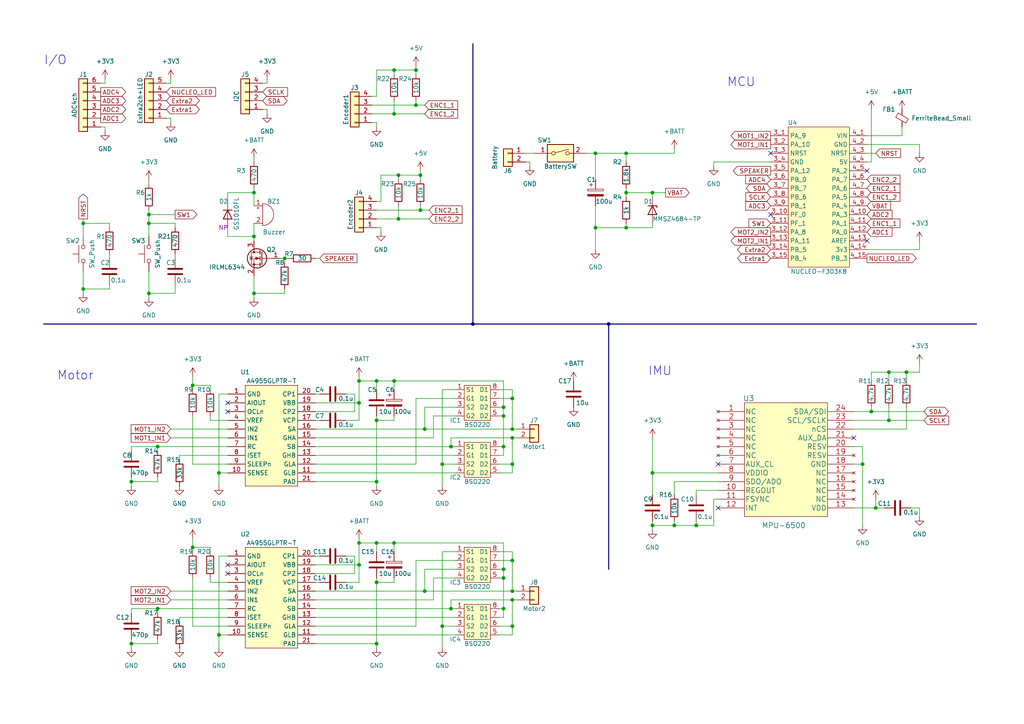
<source format=kicad_sch>
(kicad_sch (version 20211123) (generator eeschema)
  (paper "A4")
  (junction (at 45.72 129.54))
  (junction (at 128.27 181.61))
  (junction (at 121.92 50.8))
  (junction (at 63.5 137.16))
  (junction (at 146.05 165.1))
  (junction (at 148.59 115.57))
  (junction (at 73.66 68.58))
  (junction (at 252.73 119.38))
  (junction (at 43.18 62.23))
  (junction (at 114.3 157.48))
  (junction (at 148.59 181.61))
  (junction (at 148.59 162.56))
  (junction (at 146.05 118.11))
  (junction (at 63.5 184.15))
  (junction (at 176.53 93.98))
  (junction (at 121.92 60.96))
  (junction (at 73.66 55.88))
  (junction (at 148.59 171.45))
  (junction (at 120.65 20.32))
  (junction (at 257.81 121.92))
  (junction (at 55.88 158.75))
  (junction (at 146.05 129.54))
  (junction (at 148.59 134.62))
  (junction (at 195.58 152.4))
  (junction (at 130.81 176.53))
  (junction (at 201.93 152.4))
  (junction (at 104.14 157.48))
  (junction (at 109.22 110.49))
  (junction (at 104.14 116.84))
  (junction (at 250.19 134.62))
  (junction (at 109.22 157.48))
  (junction (at 104.14 110.49))
  (junction (at 172.72 66.04))
  (junction (at 123.19 171.45))
  (junction (at 189.23 55.88))
  (junction (at 104.14 163.83))
  (junction (at 115.57 50.8))
  (junction (at 254 147.32))
  (junction (at 128.27 134.62))
  (junction (at 38.1 186.69))
  (junction (at 24.13 83.82))
  (junction (at 189.23 137.16))
  (junction (at 123.19 124.46))
  (junction (at 148.59 124.46))
  (junction (at 73.66 85.09))
  (junction (at 146.05 120.65))
  (junction (at 43.18 64.77))
  (junction (at 257.81 107.95))
  (junction (at 38.1 139.7))
  (junction (at 55.88 111.76))
  (junction (at 146.05 167.64))
  (junction (at 109.22 186.69))
  (junction (at 146.05 176.53))
  (junction (at 189.23 152.4))
  (junction (at 262.89 107.95))
  (junction (at 45.72 176.53))
  (junction (at 172.72 44.45))
  (junction (at 148.59 127))
  (junction (at 120.65 30.48))
  (junction (at 115.57 63.5))
  (junction (at 181.61 66.04))
  (junction (at 109.22 121.92))
  (junction (at 181.61 55.88))
  (junction (at 24.13 64.77))
  (junction (at 148.59 173.99))
  (junction (at 137.16 93.98))
  (junction (at 114.3 20.32))
  (junction (at 130.81 129.54))
  (junction (at 82.55 74.93))
  (junction (at 43.18 85.09))
  (junction (at 109.22 139.7))
  (junction (at 114.3 110.49))
  (junction (at 109.22 168.91))
  (junction (at 181.61 44.45))
  (junction (at 114.3 33.02))
  (no_connect (at 223.52 44.45))
  (no_connect (at 223.52 62.23))
  (no_connect (at 208.28 147.32))
  (no_connect (at 66.04 119.38))
  (no_connect (at 66.04 163.83))
  (no_connect (at 66.04 166.37))
  (no_connect (at 251.46 49.53))
  (no_connect (at 251.46 69.85))
  (no_connect (at 247.65 127))
  (no_connect (at 208.28 134.62))
  (no_connect (at 66.04 116.84))
  (wire (pts (xy 251.46 72.39) (xy 266.7 72.39)))
  (wire (pts (xy 60.96 113.03) (xy 60.96 111.76)))
  (wire (pts (xy 181.61 55.88) (xy 189.23 55.88)))
  (wire (pts (xy 146.05 167.64) (xy 146.05 176.53)))
  (wire (pts (xy 114.3 110.49) (xy 146.05 110.49)))
  (wire (pts (xy 109.22 168.91) (xy 114.3 168.91)))
  (wire (pts (xy 91.44 116.84) (xy 104.14 116.84)))
  (wire (pts (xy 109.22 58.42) (xy 110.49 58.42)))
  (wire (pts (xy 43.18 78.74) (xy 43.18 85.09)))
  (wire (pts (xy 100.33 121.92) (xy 104.14 121.92)))
  (wire (pts (xy 251.46 46.99) (xy 252.73 46.99)))
  (wire (pts (xy 172.72 59.69) (xy 172.72 66.04)))
  (wire (pts (xy 146.05 120.65) (xy 146.05 129.54)))
  (wire (pts (xy 266.7 149.86) (xy 266.7 147.32)))
  (wire (pts (xy 195.58 151.13) (xy 195.58 152.4)))
  (wire (pts (xy 181.61 44.45) (xy 195.58 44.45)))
  (wire (pts (xy 254 144.78) (xy 254 147.32)))
  (wire (pts (xy 109.22 66.04) (xy 110.49 66.04)))
  (wire (pts (xy 114.3 157.48) (xy 114.3 160.02)))
  (wire (pts (xy 66.04 161.29) (xy 63.5 161.29)))
  (wire (pts (xy 254 44.45) (xy 251.46 44.45)))
  (wire (pts (xy 100.33 114.3) (xy 102.87 114.3)))
  (wire (pts (xy 109.22 157.48) (xy 109.22 160.02)))
  (bus (pts (xy 137.16 12.7) (xy 137.16 93.98)))
  (wire (pts (xy 73.66 68.58) (xy 73.66 69.85)))
  (wire (pts (xy 146.05 110.49) (xy 146.05 118.11)))
  (wire (pts (xy 120.65 115.57) (xy 120.65 134.62)))
  (wire (pts (xy 104.14 157.48) (xy 104.14 163.83)))
  (wire (pts (xy 55.88 181.61) (xy 66.04 181.61)))
  (wire (pts (xy 172.72 44.45) (xy 181.61 44.45)))
  (wire (pts (xy 148.59 134.62) (xy 148.59 137.16)))
  (wire (pts (xy 121.92 52.07) (xy 121.92 50.8)))
  (wire (pts (xy 91.44 184.15) (xy 132.08 184.15)))
  (wire (pts (xy 266.7 105.41) (xy 266.7 107.95)))
  (wire (pts (xy 66.04 66.04) (xy 66.04 68.58)))
  (wire (pts (xy 76.2 31.75) (xy 77.47 31.75)))
  (wire (pts (xy 45.72 138.43) (xy 45.72 139.7)))
  (wire (pts (xy 120.65 19.05) (xy 120.65 20.32)))
  (wire (pts (xy 109.22 186.69) (xy 109.22 187.96)))
  (wire (pts (xy 50.8 82.55) (xy 50.8 85.09)))
  (wire (pts (xy 207.01 144.78) (xy 207.01 152.4)))
  (wire (pts (xy 49.53 34.29) (xy 49.53 35.56)))
  (wire (pts (xy 104.14 121.92) (xy 104.14 116.84)))
  (wire (pts (xy 91.44 171.45) (xy 123.19 171.45)))
  (wire (pts (xy 92.71 74.93) (xy 91.44 74.93)))
  (wire (pts (xy 130.81 127) (xy 130.81 129.54)))
  (wire (pts (xy 261.62 39.37) (xy 251.46 39.37)))
  (wire (pts (xy 172.72 66.04) (xy 172.72 72.39)))
  (wire (pts (xy 195.58 43.18) (xy 195.58 44.45)))
  (wire (pts (xy 50.8 64.77) (xy 50.8 66.04)))
  (wire (pts (xy 38.1 129.54) (xy 45.72 129.54)))
  (wire (pts (xy 146.05 132.08) (xy 146.05 129.54)))
  (wire (pts (xy 66.04 68.58) (xy 73.66 68.58)))
  (wire (pts (xy 250.19 134.62) (xy 250.19 152.4)))
  (wire (pts (xy 189.23 152.4) (xy 195.58 152.4)))
  (wire (pts (xy 60.96 160.02) (xy 60.96 158.75)))
  (wire (pts (xy 144.78 176.53) (xy 146.05 176.53)))
  (wire (pts (xy 124.46 63.5) (xy 115.57 63.5)))
  (wire (pts (xy 91.44 124.46) (xy 123.19 124.46)))
  (wire (pts (xy 207.01 152.4) (xy 201.93 152.4)))
  (wire (pts (xy 43.18 64.77) (xy 43.18 68.58)))
  (wire (pts (xy 123.19 165.1) (xy 123.19 171.45)))
  (wire (pts (xy 91.44 163.83) (xy 104.14 163.83)))
  (wire (pts (xy 144.78 167.64) (xy 146.05 167.64)))
  (wire (pts (xy 109.22 120.65) (xy 109.22 121.92)))
  (wire (pts (xy 29.21 36.83) (xy 30.48 36.83)))
  (wire (pts (xy 146.05 157.48) (xy 146.05 165.1)))
  (wire (pts (xy 125.73 120.65) (xy 132.08 120.65)))
  (wire (pts (xy 66.04 179.07) (xy 52.07 179.07)))
  (wire (pts (xy 148.59 173.99) (xy 149.86 173.99)))
  (wire (pts (xy 91.44 139.7) (xy 109.22 139.7)))
  (wire (pts (xy 38.1 139.7) (xy 38.1 140.97)))
  (wire (pts (xy 91.44 176.53) (xy 130.81 176.53)))
  (wire (pts (xy 201.93 151.13) (xy 201.93 152.4)))
  (wire (pts (xy 195.58 139.7) (xy 208.28 139.7)))
  (wire (pts (xy 60.96 121.92) (xy 66.04 121.92)))
  (wire (pts (xy 124.46 60.96) (xy 121.92 60.96)))
  (wire (pts (xy 189.23 64.77) (xy 189.23 66.04)))
  (wire (pts (xy 91.44 173.99) (xy 125.73 173.99)))
  (wire (pts (xy 31.75 83.82) (xy 24.13 83.82)))
  (wire (pts (xy 104.14 110.49) (xy 109.22 110.49)))
  (wire (pts (xy 247.65 124.46) (xy 262.89 124.46)))
  (wire (pts (xy 247.65 134.62) (xy 250.19 134.62)))
  (wire (pts (xy 66.04 55.88) (xy 73.66 55.88)))
  (wire (pts (xy 121.92 59.69) (xy 121.92 60.96)))
  (wire (pts (xy 247.65 119.38) (xy 252.73 119.38)))
  (wire (pts (xy 73.66 54.61) (xy 73.66 55.88)))
  (wire (pts (xy 146.05 165.1) (xy 146.05 167.64)))
  (wire (pts (xy 109.22 110.49) (xy 114.3 110.49)))
  (wire (pts (xy 144.78 160.02) (xy 148.59 160.02)))
  (wire (pts (xy 257.81 118.11) (xy 257.81 121.92)))
  (wire (pts (xy 48.26 34.29) (xy 49.53 34.29)))
  (wire (pts (xy 52.07 132.08) (xy 52.07 133.35)))
  (wire (pts (xy 262.89 124.46) (xy 262.89 118.11)))
  (wire (pts (xy 189.23 55.88) (xy 193.04 55.88)))
  (wire (pts (xy 170.18 44.45) (xy 172.72 44.45)))
  (wire (pts (xy 130.81 176.53) (xy 132.08 176.53)))
  (wire (pts (xy 115.57 50.8) (xy 115.57 52.07)))
  (wire (pts (xy 125.73 127) (xy 125.73 120.65)))
  (wire (pts (xy 91.44 186.69) (xy 109.22 186.69)))
  (wire (pts (xy 100.33 168.91) (xy 104.14 168.91)))
  (wire (pts (xy 148.59 127) (xy 148.59 134.62)))
  (wire (pts (xy 223.52 46.99) (xy 207.01 46.99)))
  (wire (pts (xy 104.14 156.21) (xy 104.14 157.48)))
  (wire (pts (xy 130.81 173.99) (xy 130.81 176.53)))
  (wire (pts (xy 148.59 127) (xy 149.86 127)))
  (wire (pts (xy 148.59 173.99) (xy 148.59 181.61)))
  (wire (pts (xy 195.58 152.4) (xy 201.93 152.4)))
  (wire (pts (xy 91.44 166.37) (xy 102.87 166.37)))
  (wire (pts (xy 128.27 160.02) (xy 132.08 160.02)))
  (wire (pts (xy 31.75 64.77) (xy 31.75 66.04)))
  (wire (pts (xy 144.78 181.61) (xy 148.59 181.61)))
  (wire (pts (xy 55.88 156.21) (xy 55.88 158.75)))
  (wire (pts (xy 148.59 181.61) (xy 148.59 184.15)))
  (wire (pts (xy 189.23 152.4) (xy 189.23 151.13)))
  (wire (pts (xy 60.96 120.65) (xy 60.96 121.92)))
  (wire (pts (xy 121.92 49.53) (xy 121.92 50.8)))
  (wire (pts (xy 132.08 118.11) (xy 123.19 118.11)))
  (wire (pts (xy 115.57 50.8) (xy 110.49 50.8)))
  (wire (pts (xy 109.22 60.96) (xy 121.92 60.96)))
  (wire (pts (xy 144.78 132.08) (xy 146.05 132.08)))
  (wire (pts (xy 102.87 119.38) (xy 102.87 114.3)))
  (wire (pts (xy 114.3 20.32) (xy 114.3 21.59)))
  (wire (pts (xy 114.3 33.02) (xy 107.95 33.02)))
  (wire (pts (xy 109.22 157.48) (xy 114.3 157.48)))
  (wire (pts (xy 201.93 142.24) (xy 208.28 142.24)))
  (wire (pts (xy 43.18 85.09) (xy 43.18 86.36)))
  (wire (pts (xy 55.88 111.76) (xy 55.88 113.03)))
  (wire (pts (xy 82.55 74.93) (xy 82.55 76.2)))
  (wire (pts (xy 261.62 36.83) (xy 261.62 39.37)))
  (wire (pts (xy 144.78 129.54) (xy 146.05 129.54)))
  (wire (pts (xy 63.5 184.15) (xy 63.5 187.96)))
  (wire (pts (xy 24.13 64.77) (xy 31.75 64.77)))
  (wire (pts (xy 50.8 64.77) (xy 43.18 64.77)))
  (wire (pts (xy 144.78 113.03) (xy 148.59 113.03)))
  (wire (pts (xy 24.13 64.77) (xy 24.13 68.58)))
  (wire (pts (xy 114.3 157.48) (xy 146.05 157.48)))
  (wire (pts (xy 189.23 127) (xy 189.23 137.16)))
  (wire (pts (xy 109.22 110.49) (xy 109.22 113.03)))
  (wire (pts (xy 100.33 161.29) (xy 102.87 161.29)))
  (wire (pts (xy 130.81 127) (xy 148.59 127)))
  (wire (pts (xy 73.66 64.77) (xy 73.66 68.58)))
  (wire (pts (xy 66.04 132.08) (xy 52.07 132.08)))
  (wire (pts (xy 128.27 134.62) (xy 128.27 140.97)))
  (wire (pts (xy 123.19 171.45) (xy 148.59 171.45)))
  (wire (pts (xy 251.46 41.91) (xy 266.7 41.91)))
  (wire (pts (xy 30.48 36.83) (xy 30.48 38.1)))
  (wire (pts (xy 109.22 167.64) (xy 109.22 168.91)))
  (wire (pts (xy 110.49 50.8) (xy 110.49 58.42)))
  (wire (pts (xy 120.65 29.21) (xy 120.65 30.48)))
  (wire (pts (xy 102.87 166.37) (xy 102.87 161.29)))
  (wire (pts (xy 38.1 185.42) (xy 38.1 186.69)))
  (wire (pts (xy 130.81 129.54) (xy 132.08 129.54)))
  (wire (pts (xy 52.07 179.07) (xy 52.07 180.34)))
  (wire (pts (xy 146.05 118.11) (xy 146.05 120.65)))
  (wire (pts (xy 132.08 165.1) (xy 123.19 165.1)))
  (wire (pts (xy 49.53 22.86) (xy 49.53 24.13)))
  (wire (pts (xy 252.73 107.95) (xy 257.81 107.95)))
  (wire (pts (xy 128.27 113.03) (xy 132.08 113.03)))
  (wire (pts (xy 266.7 72.39) (xy 266.7 69.85)))
  (wire (pts (xy 45.72 185.42) (xy 45.72 186.69)))
  (wire (pts (xy 247.65 121.92) (xy 257.81 121.92)))
  (wire (pts (xy 38.1 177.8) (xy 38.1 176.53)))
  (wire (pts (xy 120.65 162.56) (xy 120.65 181.61)))
  (wire (pts (xy 153.67 46.99) (xy 153.67 48.26)))
  (wire (pts (xy 91.44 179.07) (xy 132.08 179.07)))
  (wire (pts (xy 128.27 160.02) (xy 128.27 181.61)))
  (wire (pts (xy 114.3 29.21) (xy 114.3 33.02)))
  (wire (pts (xy 148.59 115.57) (xy 148.59 124.46)))
  (wire (pts (xy 76.2 24.13) (xy 77.47 24.13)))
  (wire (pts (xy 30.48 24.13) (xy 29.21 24.13)))
  (wire (pts (xy 125.73 167.64) (xy 132.08 167.64)))
  (wire (pts (xy 63.5 184.15) (xy 66.04 184.15)))
  (wire (pts (xy 73.66 85.09) (xy 73.66 86.36)))
  (wire (pts (xy 148.59 113.03) (xy 148.59 115.57)))
  (wire (pts (xy 82.55 83.82) (xy 82.55 85.09)))
  (wire (pts (xy 109.22 20.32) (xy 109.22 27.94)))
  (wire (pts (xy 252.73 110.49) (xy 252.73 107.95)))
  (wire (pts (xy 92.71 114.3) (xy 91.44 114.3)))
  (wire (pts (xy 104.14 110.49) (xy 104.14 116.84)))
  (wire (pts (xy 104.14 109.22) (xy 104.14 110.49)))
  (wire (pts (xy 63.5 137.16) (xy 63.5 140.97)))
  (wire (pts (xy 207.01 46.99) (xy 207.01 48.26)))
  (wire (pts (xy 257.81 121.92) (xy 267.97 121.92)))
  (wire (pts (xy 123.19 118.11) (xy 123.19 124.46)))
  (wire (pts (xy 252.73 118.11) (xy 252.73 119.38)))
  (wire (pts (xy 114.3 167.64) (xy 114.3 168.91)))
  (wire (pts (xy 38.1 176.53) (xy 45.72 176.53)))
  (wire (pts (xy 250.19 129.54) (xy 250.19 134.62)))
  (wire (pts (xy 110.49 66.04) (xy 110.49 67.31)))
  (wire (pts (xy 189.23 137.16) (xy 208.28 137.16)))
  (wire (pts (xy 63.5 137.16) (xy 66.04 137.16)))
  (wire (pts (xy 144.78 115.57) (xy 148.59 115.57)))
  (wire (pts (xy 38.1 138.43) (xy 38.1 139.7)))
  (wire (pts (xy 208.28 144.78) (xy 207.01 144.78)))
  (wire (pts (xy 81.28 74.93) (xy 82.55 74.93)))
  (wire (pts (xy 195.58 143.51) (xy 195.58 139.7)))
  (wire (pts (xy 189.23 153.67) (xy 189.23 152.4)))
  (wire (pts (xy 130.81 173.99) (xy 148.59 173.99)))
  (wire (pts (xy 152.4 44.45) (xy 154.94 44.45)))
  (wire (pts (xy 121.92 50.8) (xy 115.57 50.8)))
  (wire (pts (xy 55.88 134.62) (xy 66.04 134.62)))
  (wire (pts (xy 201.93 143.51) (xy 201.93 142.24)))
  (wire (pts (xy 247.65 147.32) (xy 254 147.32)))
  (bus (pts (xy 176.53 93.98) (xy 137.16 93.98)))
  (wire (pts (xy 91.44 127) (xy 125.73 127)))
  (wire (pts (xy 91.44 181.61) (xy 120.65 181.61)))
  (wire (pts (xy 45.72 139.7) (xy 38.1 139.7)))
  (wire (pts (xy 120.65 21.59) (xy 120.65 20.32)))
  (wire (pts (xy 73.66 80.01) (xy 73.66 85.09)))
  (wire (pts (xy 91.44 134.62) (xy 120.65 134.62)))
  (wire (pts (xy 181.61 57.15) (xy 181.61 55.88)))
  (wire (pts (xy 43.18 62.23) (xy 50.8 62.23)))
  (wire (pts (xy 24.13 83.82) (xy 24.13 85.09)))
  (wire (pts (xy 144.78 118.11) (xy 146.05 118.11)))
  (wire (pts (xy 92.71 161.29) (xy 91.44 161.29)))
  (bus (pts (xy 176.53 93.98) (xy 176.53 165.1)))
  (wire (pts (xy 123.19 30.48) (xy 120.65 30.48)))
  (wire (pts (xy 91.44 137.16) (xy 132.08 137.16)))
  (wire (pts (xy 114.3 20.32) (xy 109.22 20.32)))
  (wire (pts (xy 55.88 158.75) (xy 55.88 160.02)))
  (wire (pts (xy 49.53 171.45) (xy 66.04 171.45)))
  (wire (pts (xy 132.08 162.56) (xy 120.65 162.56)))
  (wire (pts (xy 104.14 157.48) (xy 109.22 157.48)))
  (wire (pts (xy 266.7 147.32) (xy 264.16 147.32)))
  (wire (pts (xy 123.19 33.02) (xy 114.3 33.02)))
  (wire (pts (xy 43.18 60.96) (xy 43.18 62.23)))
  (wire (pts (xy 109.22 121.92) (xy 114.3 121.92)))
  (wire (pts (xy 55.88 120.65) (xy 55.88 134.62)))
  (wire (pts (xy 109.22 121.92) (xy 109.22 139.7)))
  (wire (pts (xy 115.57 59.69) (xy 115.57 63.5)))
  (wire (pts (xy 144.78 165.1) (xy 146.05 165.1)))
  (wire (pts (xy 128.27 181.61) (xy 128.27 187.96)))
  (wire (pts (xy 45.72 130.81) (xy 45.72 129.54)))
  (wire (pts (xy 148.59 184.15) (xy 144.78 184.15)))
  (wire (pts (xy 49.53 127) (xy 66.04 127)))
  (wire (pts (xy 146.05 179.07) (xy 146.05 176.53)))
  (wire (pts (xy 91.44 129.54) (xy 130.81 129.54)))
  (wire (pts (xy 144.78 162.56) (xy 148.59 162.56)))
  (wire (pts (xy 24.13 63.5) (xy 24.13 64.77)))
  (wire (pts (xy 189.23 137.16) (xy 189.23 143.51)))
  (wire (pts (xy 114.3 120.65) (xy 114.3 121.92)))
  (wire (pts (xy 152.4 46.99) (xy 153.67 46.99)))
  (wire (pts (xy 109.22 168.91) (xy 109.22 186.69)))
  (wire (pts (xy 123.19 124.46) (xy 148.59 124.46)))
  (wire (pts (xy 128.27 181.61) (xy 132.08 181.61)))
  (wire (pts (xy 114.3 110.49) (xy 114.3 113.03)))
  (wire (pts (xy 45.72 176.53) (xy 66.04 176.53)))
  (wire (pts (xy 120.65 20.32) (xy 114.3 20.32)))
  (wire (pts (xy 252.73 119.38) (xy 267.97 119.38)))
  (wire (pts (xy 60.96 167.64) (xy 60.96 168.91)))
  (wire (pts (xy 31.75 73.66) (xy 31.75 74.93)))
  (wire (pts (xy 172.72 44.45) (xy 172.72 52.07)))
  (wire (pts (xy 107.95 27.94) (xy 109.22 27.94)))
  (wire (pts (xy 77.47 31.75) (xy 77.47 33.02)))
  (wire (pts (xy 73.66 55.88) (xy 73.66 59.69)))
  (wire (pts (xy 38.1 186.69) (xy 38.1 187.96)))
  (wire (pts (xy 148.59 160.02) (xy 148.59 162.56)))
  (wire (pts (xy 109.22 35.56) (xy 109.22 36.83)))
  (wire (pts (xy 82.55 85.09) (xy 73.66 85.09)))
  (wire (pts (xy 92.71 121.92) (xy 91.44 121.92)))
  (wire (pts (xy 189.23 66.04) (xy 181.61 66.04)))
  (wire (pts (xy 45.72 129.54) (xy 66.04 129.54)))
  (wire (pts (xy 148.59 171.45) (xy 149.86 171.45)))
  (wire (pts (xy 115.57 63.5) (xy 109.22 63.5)))
  (wire (pts (xy 60.96 168.91) (xy 66.04 168.91)))
  (wire (pts (xy 55.88 109.22) (xy 55.88 111.76)))
  (wire (pts (xy 181.61 55.88) (xy 181.61 54.61)))
  (wire (pts (xy 144.78 179.07) (xy 146.05 179.07)))
  (wire (pts (xy 91.44 132.08) (xy 132.08 132.08)))
  (wire (pts (xy 49.53 173.99) (xy 66.04 173.99)))
  (wire (pts (xy 109.22 139.7) (xy 109.22 140.97)))
  (wire (pts (xy 30.48 22.86) (xy 30.48 24.13)))
  (wire (pts (xy 148.59 137.16) (xy 144.78 137.16)))
  (wire (pts (xy 24.13 78.74) (xy 24.13 83.82)))
  (wire (pts (xy 107.95 30.48) (xy 120.65 30.48)))
  (wire (pts (xy 144.78 134.62) (xy 148.59 134.62)))
  (wire (pts (xy 43.18 62.23) (xy 43.18 64.77)))
  (wire (pts (xy 49.53 24.13) (xy 48.26 24.13)))
  (wire (pts (xy 125.73 173.99) (xy 125.73 167.64)))
  (wire (pts (xy 55.88 167.64) (xy 55.88 181.61)))
  (wire (pts (xy 73.66 45.72) (xy 73.66 46.99)))
  (bus (pts (xy 176.53 93.98) (xy 283.21 93.98)))
  (wire (pts (xy 91.44 119.38) (xy 102.87 119.38)))
  (wire (pts (xy 92.71 168.91) (xy 91.44 168.91)))
  (wire (pts (xy 66.04 58.42) (xy 66.04 55.88)))
  (wire (pts (xy 63.5 114.3) (xy 63.5 137.16)))
  (wire (pts (xy 45.72 177.8) (xy 45.72 176.53)))
  (wire (pts (xy 66.04 114.3) (xy 63.5 114.3)))
  (wire (pts (xy 82.55 74.93) (xy 83.82 74.93)))
  (wire (pts (xy 132.08 115.57) (xy 120.65 115.57)))
  (wire (pts (xy 104.14 168.91) (xy 104.14 163.83)))
  (wire (pts (xy 257.81 107.95) (xy 262.89 107.95)))
  (wire (pts (xy 49.53 124.46) (xy 66.04 124.46)))
  (wire (pts (xy 247.65 129.54) (xy 250.19 129.54)))
  (wire (pts (xy 63.5 161.29) (xy 63.5 184.15)))
  (wire (pts (xy 128.27 113.03) (xy 128.27 134.62)))
  (wire (pts (xy 254 147.32) (xy 256.54 147.32)))
  (wire (pts (xy 50.8 73.66) (xy 50.8 74.93)))
  (wire (pts (xy 148.59 162.56) (xy 148.59 171.45)))
  (wire (pts (xy 189.23 55.88) (xy 189.23 57.15)))
  (wire (pts (xy 128.27 134.62) (xy 132.08 134.62)))
  (bus (pts (xy 137.16 93.98) (xy 12.7 93.98)))
  (wire (pts (xy 60.96 158.75) (xy 55.88 158.75)))
  (wire (pts (xy 107.95 35.56) (xy 109.22 35.56)))
  (wire (pts (xy 181.61 44.45) (xy 181.61 46.99)))
  (wire (pts (xy 257.81 107.95) (xy 257.81 110.49)))
  (wire (pts (xy 43.18 52.07) (xy 43.18 53.34)))
  (wire (pts (xy 50.8 85.09) (xy 43.18 85.09)))
  (wire (pts (xy 181.61 66.04) (xy 181.61 64.77)))
  (wire (pts (xy 172.72 66.04) (xy 181.61 66.04)))
  (wire (pts (xy 262.89 107.95) (xy 262.89 110.49)))
  (wire (pts (xy 262.89 107.95) (xy 266.7 107.95)))
  (wire (pts (xy 148.59 124.46) (xy 149.86 124.46)))
  (wire (pts (xy 45.72 186.69) (xy 38.1 186.69)))
  (wire (pts (xy 144.78 120.65) (xy 146.05 120.65)))
  (wire (pts (xy 60.96 111.76) (xy 55.88 111.76)))
  (wire (pts (xy 77.47 24.13) (xy 77.47 22.86)))
  (wire (pts (xy 31.75 82.55) (xy 31.75 83.82)))
  (wire (pts (xy 38.1 130.81) (xy 38.1 129.54)))
  (wire (pts (xy 266.7 41.91) (xy 266.7 44.45)))
  (wire (pts (xy 252.73 46.99) (xy 252.73 31.75)))
  (text "IMU" (at 187.96 109.22 0) (effects (font (size 2.54 2.54)) (justify left bottom)))
  (text "I/O" (at 12.7 19.05 0) (effects (font (size 2.54 2.54)) (justify left bottom)))
  (text "Motor" (at 16.51 110.49 0) (effects (font (size 2.54 2.54)) (justify left bottom)))
  (text "MCU" (at 210.82 25.4 0) (effects (font (size 2.54 2.54)) (justify left bottom)))
  (global_label "NUCLEO_LED" (shape output) (at 251.46 74.93 0) (property "Intersheet References" "${INTERSHEET_REFS}" (effects hide)))
  (global_label "MOT2_IN2" (shape output) (at 223.52 67.31 180) (property "Intersheet References" "${INTERSHEET_REFS}" (effects hide)))
  (global_label "SPEAKER" (shape output) (at 223.52 49.53 180) (property "Intersheet References" "${INTERSHEET_REFS}" (effects hide)))
  (global_label "Extra2" (shape bidirectional) (at 223.52 72.39 180) (property "Intersheet References" "${INTERSHEET_REFS}" (effects hide)))
  (global_label "NUCLEO_LED" (shape input) (at 48.26 26.67 0) (property "Intersheet References" "${INTERSHEET_REFS}" (effects hide)))
  (global_label "VBAT" (shape input) (at 251.46 59.69 0) (property "Intersheet References" "${INTERSHEET_REFS}" (effects hide)))
  (global_label "ADC2" (shape input) (at 251.46 62.23 0) (property "Intersheet References" "${INTERSHEET_REFS}" (effects hide)))
  (global_label "MOT2_IN1" (shape output) (at 223.52 69.85 180) (property "Intersheet References" "${INTERSHEET_REFS}" (effects hide)))
  (global_label "MOT1_IN1" (shape output) (at 223.52 41.91 180) (property "Intersheet References" "${INTERSHEET_REFS}" (effects hide)))
  (global_label "SPEAKER" (shape input) (at 92.71 74.93 0) (property "Intersheet References" "${INTERSHEET_REFS}" (effects hide)))
  (global_label "Extra1" (shape bidirectional) (at 48.26 31.75 0) (property "Intersheet References" "${INTERSHEET_REFS}" (effects hide)))
  (global_label "SDA" (shape bidirectional) (at 76.2 29.21 0) (property "Intersheet References" "${INTERSHEET_REFS}" (effects hide)))
  (global_label "SDA" (shape bidirectional) (at 223.52 54.61 180) (property "Intersheet References" "${INTERSHEET_REFS}" (effects hide)))
  (global_label "ENC2_2" (shape input) (at 251.46 52.07 0) (property "Intersheet References" "${INTERSHEET_REFS}" (effects hide)))
  (global_label "SCLK" (shape input) (at 267.97 121.92 0) (property "Intersheet References" "${INTERSHEET_REFS}" (effects hide)))
  (global_label "ENC1_1" (shape input) (at 123.19 30.48 0) (property "Intersheet References" "${INTERSHEET_REFS}" (effects hide)))
  (global_label "MOT1_IN2" (shape input) (at 49.53 124.46 180) (property "Intersheet References" "${INTERSHEET_REFS}" (effects hide)))
  (global_label "Extra2" (shape bidirectional) (at 48.26 29.21 0) (property "Intersheet References" "${INTERSHEET_REFS}" (effects hide)))
  (global_label "ENC2_1" (shape input) (at 251.46 54.61 0) (property "Intersheet References" "${INTERSHEET_REFS}" (effects hide)))
  (global_label "SDA" (shape bidirectional) (at 267.97 119.38 0) (property "Intersheet References" "${INTERSHEET_REFS}" (effects hide)))
  (global_label "ENC1_2" (shape input) (at 251.46 57.15 0) (property "Intersheet References" "${INTERSHEET_REFS}" (effects hide)))
  (global_label "ADC3" (shape input) (at 223.52 59.69 180) (property "Intersheet References" "${INTERSHEET_REFS}" (effects hide)))
  (global_label "Extra1" (shape bidirectional) (at 223.52 74.93 180) (property "Intersheet References" "${INTERSHEET_REFS}" (effects hide)))
  (global_label "MOT2_IN1" (shape input) (at 49.53 173.99 180) (property "Intersheet References" "${INTERSHEET_REFS}" (effects hide)))
  (global_label "ENC2_1" (shape input) (at 124.46 60.96 0) (property "Intersheet References" "${INTERSHEET_REFS}" (effects hide)))
  (global_label "MOT1_IN2" (shape output) (at 223.52 39.37 180) (property "Intersheet References" "${INTERSHEET_REFS}" (effects hide)))
  (global_label "SCLK" (shape input) (at 223.52 57.15 180) (property "Intersheet References" "${INTERSHEET_REFS}" (effects hide)))
  (global_label "ADC2" (shape output) (at 29.21 31.75 0) (property "Intersheet References" "${INTERSHEET_REFS}" (effects hide)))
  (global_label "VBAT" (shape output) (at 193.04 55.88 0) (property "Intersheet References" "${INTERSHEET_REFS}" (effects hide)))
  (global_label "NRST" (shape output) (at 24.13 63.5 90) (property "Intersheet References" "${INTERSHEET_REFS}" (effects hide)))
  (global_label "SCLK" (shape input) (at 76.2 26.67 0) (property "Intersheet References" "${INTERSHEET_REFS}" (effects hide)))
  (global_label "SW1" (shape input) (at 223.52 64.77 180) (property "Intersheet References" "${INTERSHEET_REFS}" (effects hide)))
  (global_label "SW1" (shape output) (at 50.8 62.23 0) (property "Intersheet References" "${INTERSHEET_REFS}" (effects hide)))
  (global_label "ADC1" (shape input) (at 251.46 67.31 0) (property "Intersheet References" "${INTERSHEET_REFS}" (effects hide)))
  (global_label "ADC4" (shape output) (at 29.21 26.67 0) (property "Intersheet References" "${INTERSHEET_REFS}" (effects hide)))
  (global_label "NRST" (shape input) (at 254 44.45 0) (property "Intersheet References" "${INTERSHEET_REFS}" (effects hide)))
  (global_label "ADC4" (shape input) (at 223.52 52.07 180) (property "Intersheet References" "${INTERSHEET_REFS}" (effects hide)))
  (global_label "ENC1_1" (shape input) (at 251.46 64.77 0) (property "Intersheet References" "${INTERSHEET_REFS}" (effects hide)))
  (global_label "ENC1_2" (shape input) (at 123.19 33.02 0) (property "Intersheet References" "${INTERSHEET_REFS}" (effects hide)))
  (global_label "MOT2_IN2" (shape input) (at 49.53 171.45 180) (property "Intersheet References" "${INTERSHEET_REFS}" (effects hide)))
  (global_label "ENC2_2" (shape input) (at 124.46 63.5 0) (property "Intersheet References" "${INTERSHEET_REFS}" (effects hide)))
  (global_label "ADC1" (shape output) (at 29.21 34.29 0) (property "Intersheet References" "${INTERSHEET_REFS}" (effects hide)))
  (global_label "MOT1_IN1" (shape input) (at 49.53 127 180) (property "Intersheet References" "${INTERSHEET_REFS}" (effects hide)))
  (global_label "ADC3" (shape output) (at 29.21 29.21 0) (property "Intersheet References" "${INTERSHEET_REFS}" (effects hide)))
  (symbol (lib_name "GND_1") (lib_id "power:GND") (at 128.27 140.97 0) (unit 1)
    (property "Reference" "#PWR033" (effects hide))
    (property "Value" "GND" (at 128.27 146.05 0))
  )
  (symbol (lib_name "GND_1") (lib_id "power:GND") (at 128.27 187.96 0) (unit 1)
    (property "Reference" "#PWR040" (effects hide))
    (property "Value" "GND" (at 128.27 193.04 0))
  )
  (symbol (lib_id "Device:C") (at 96.52 161.29 90) (unit 1)
    (property "Reference" "C13" (at 92.71 160.02 90))
    (property "Value" "0.1u" (at 100.33 162.56 90))
    (property "Footprint" "Capacitor_SMD:C_0603_1608Metric" (effects hide))
  )
  (symbol (lib_id "power:+BATT") (at 166.37 110.49 0) (unit 1)
    (property "Reference" "#PWR041" (effects hide))
    (property "Value" "+BATT" (at 166.37 105.41 0))
  )
  (symbol (lib_id "Symbols:BSO220") (at 138.43 180.34 0) (unit 1)
    (property "Reference" "IC4" (at 132.08 185.42 0))
    (property "Value" "BSO220" (at 138.43 186.69 0))
    (property "Footprint" "Footprints:BSO220N03MD" (effects hide))
  )
  (symbol (lib_id "Symbols:NUCLEO-F303K8") (at 237.49 52.07 0) (unit 1)
    (property "Reference" "U4" (at 229.87 35.56 0))
    (property "Value" "NUCLEO-F303K8" (at 237.49 78.74 0))
    (property "Footprint" "Footprints:MODULE_NUCLEO-F303K8" (effects hide))
  )
  (symbol (lib_id "Device:C") (at 96.52 168.91 90) (unit 1)
    (property "Reference" "C14" (at 92.71 167.64 90))
    (property "Value" "0.1u" (at 100.33 170.18 90))
    (property "Footprint" "Capacitor_SMD:C_0603_1608Metric" (effects hide))
  )
  (symbol (lib_id "power:GND") (at 24.13 85.09 0) (unit 1)
    (property "Reference" "#PWR022" (effects hide))
    (property "Value" "GND" (at 24.13 90.17 0))
  )
  (symbol (lib_id "power:GND") (at 266.7 149.86 0) (unit 1)
    (property "Reference" "#PWR036" (effects hide))
    (property "Value" "GND" (at 266.7 154.94 0))
  )
  (symbol (lib_id "Connector_Generic:Conn_01x06") (at 24.13 31.75 180) (unit 1)
    (property "Reference" "J1" (at 24.13 21.59 0))
    (property "Value" "ADC4ch" (at 21.59 30.48 90))
    (property "Footprint" "Connector_Molex:Molex_Micro-Latch_53253-0670_1x06_P2.00mm_Vertical" (effects hide))
  )
  (symbol (lib_id "power:GND") (at 43.18 86.36 0) (unit 1)
    (property "Reference" "#PWR023" (effects hide))
    (property "Value" "GND" (at 43.18 91.44 0))
  )
  (symbol (lib_name "GND_1") (lib_id "power:GND") (at 109.22 140.97 0) (unit 1)
    (property "Reference" "#PWR032" (effects hide))
    (property "Value" "GND" (at 109.22 146.05 0))
  )
  (symbol (lib_id "Device:C") (at 96.52 114.3 90) (unit 1)
    (property "Reference" "C4" (at 92.71 113.03 90))
    (property "Value" "0.1u" (at 100.33 115.57 90))
    (property "Footprint" "Capacitor_SMD:C_0603_1608Metric" (effects hide))
  )
  (symbol (lib_id "Device:C") (at 31.75 78.74 0) (unit 1)
    (property "Reference" "C2" (at 30.48 76.2 0))
    (property "Value" "0.1u" (at 34.29 81.28 0))
    (property "Footprint" "Capacitor_SMD:C_0603_1608Metric" (effects hide))
  )
  (symbol (lib_id "power:+3V3") (at 43.18 52.07 0) (unit 1)
    (property "Reference" "#PWR018" (effects hide))
    (property "Value" "+3V3" (at 43.18 46.99 0))
  )
  (symbol (lib_id "Device:R") (at 181.61 60.96 0) (unit 1)
    (property "Reference" "R4" (at 179.07 57.15 0))
    (property "Value" "1k" (at 181.61 60.96 90))
    (property "Footprint" "Resistor_SMD:R_0603_1608Metric" (effects hide))
  )
  (symbol (lib_id "Device:R") (at 50.8 69.85 0) (unit 1)
    (property "Reference" "R21" (at 45.72 68.58 0) (effects (justify left)))
    (property "Value" "470" (at 50.8 69.85 90))
    (property "Footprint" "Resistor_SMD:R_0603_1608Metric" (effects hide))
  )
  (symbol (lib_id "Device:R") (at 45.72 181.61 0) (unit 1)
    (property "Reference" "R17" (at 41.91 177.8 0) (effects (justify left)))
    (property "Value" "47k" (at 45.72 181.61 90))
    (property "Footprint" "Resistor_SMD:R_0603_1608Metric" (effects hide))
  )
  (symbol (lib_name "GND_1") (lib_id "power:GND") (at 166.37 118.11 0) (unit 1)
    (property "Reference" "#PWR042" (effects hide))
    (property "Value" "GND" (at 166.37 123.19 0))
  )
  (symbol (lib_id "power:GND") (at 266.7 44.45 0) (unit 1)
    (property "Reference" "#PWR014" (effects hide))
    (property "Value" "GND" (at 266.7 49.53 0))
  )
  (symbol (lib_id "Device:R") (at 73.66 50.8 180) (unit 1)
    (property "Reference" "R3" (at 68.58 49.53 0) (effects (justify right)))
    (property "Value" "470" (at 73.66 50.8 90))
    (property "Footprint" "Resistor_SMD:R_0603_1608Metric" (effects hide))
  )
  (symbol (lib_id "Device:C") (at 189.23 147.32 0) (unit 1)
    (property "Reference" "C9" (at 187.96 144.78 0))
    (property "Value" "0.1u" (at 191.77 149.86 0))
    (property "Footprint" "Capacitor_SMD:C_0603_1608Metric" (effects hide))
  )
  (symbol (lib_id "Device:C") (at 109.22 116.84 180) (unit 1)
    (property "Reference" "C5" (at 107.95 113.03 0))
    (property "Value" "10u" (at 111.76 119.38 0))
    (property "Footprint" "Capacitor_SMD:C_0805_2012Metric" (effects hide))
  )
  (symbol (lib_id "Device:Buzzer") (at 76.2 62.23 0) (unit 1)
    (property "Reference" "BZ1" (at 77.47 58.42 0) (effects (justify left)))
    (property "Value" "Buzzer" (at 76.2 67.31 0) (effects (justify left)))
    (property "Footprint" "Footprints:PKM13EPYH4000-A0" (effects hide))
  )
  (symbol (lib_id "power:+3V3") (at 30.48 22.86 0) (unit 1)
    (property "Reference" "#PWR01" (effects hide))
    (property "Value" "+3V3" (at 30.48 17.78 0))
  )
  (symbol (lib_id "Device:R") (at 195.58 147.32 180) (unit 1)
    (property "Reference" "R16" (at 193.04 143.51 0))
    (property "Value" "10k" (at 195.58 147.32 90))
    (property "Footprint" "Resistor_SMD:R_0603_1608Metric" (effects hide))
  )
  (symbol (lib_id "Symbols:BSO220") (at 138.43 133.35 0) (unit 1)
    (property "Reference" "IC2" (at 132.08 138.43 0))
    (property "Value" "BSO220" (at 138.43 139.7 0))
    (property "Footprint" "Footprints:BSO220N03MD" (effects hide))
  )
  (symbol (lib_id "power:+BATT") (at 73.66 45.72 0) (unit 1)
    (property "Reference" "#PWR015" (effects hide))
    (property "Value" "+BATT" (at 73.66 40.64 0))
  )
  (symbol (lib_id "Symbols:BSO220") (at 138.43 163.83 0) (unit 1)
    (property "Reference" "IC3" (at 132.08 168.91 0))
    (property "Value" "BSO220" (at 138.43 170.18 0))
    (property "Footprint" "Footprints:BSO220N03MD" (effects hide))
  )
  (symbol (lib_id "power:+5V") (at 252.73 31.75 0) (unit 1)
    (property "Reference" "#PWR06" (effects hide))
    (property "Value" "+5V" (at 252.73 26.67 0))
  )
  (symbol (lib_id "Connector_Generic:Conn_01x04") (at 71.12 29.21 180) (unit 1)
    (property "Reference" "J5" (at 71.12 21.59 0))
    (property "Value" "I2C" (at 68.58 27.94 90))
    (property "Footprint" "Connector_Molex:Molex_Micro-Latch_53253-0470_1x04_P2.00mm_Vertical" (effects hide))
  )
  (symbol (lib_id "Symbols:MPU-6500") (at 227.33 133.35 0) (unit 1)
    (property "Reference" "U3" (at 217.17 115.57 0) (effects (font (size 1.524 1.524))))
    (property "Value" "MPU-6500" (at 227.33 152.4 0) (effects (font (size 1.524 1.524))))
    (property "Footprint" "Footprints:QFN40P300X300X95-25N-D" (effects hide))
    (property "Datasheet" "https://product.tdk.com/system/files/dam/doc/product/sensor/mortion-inertial/imu/data_sheet/mpu-6500-datasheet2.pdf" (effects hide))
  )
  (symbol (lib_id "power:GND") (at 109.22 36.83 0) (unit 1)
    (property "Reference" "#PWR0104" (effects hide))
    (property "Value" "GND" (at 109.22 41.91 0))
  )
  (symbol (lib_id "Device:R") (at 87.63 74.93 270) (mirror x) (unit 1)
    (property "Reference" "R7" (at 83.82 73.66 90))
    (property "Value" "30" (at 87.63 74.93 90))
    (property "Footprint" "Resistor_SMD:R_0603_1608Metric" (effects hide))
  )
  (symbol (lib_id "Device:C_Polarized") (at 114.3 163.83 0) (unit 1)
    (property "Reference" "C16" (at 110.49 160.02 0) (effects (justify left)))
    (property "Value" "100u" (at 114.3 166.37 0) (effects (justify left)))
    (property "Footprint" "Capacitor_THT:CP_Radial_D5.0mm_P2.50mm" (effects hide))
  )
  (symbol (lib_id "Device:D_Zener") (at 189.23 60.96 270) (unit 1)
    (property "Reference" "D1" (at 186.69 58.42 90) (effects (justify left)))
    (property "Value" "MMSZ4684-TP" (at 189.23 63.5 90) (effects (justify left)))
    (property "Footprint" "Diode_SMD:D_SOD-123" (effects hide))
  )
  (symbol (lib_id "Device:C") (at 109.22 163.83 180) (unit 1)
    (property "Reference" "C15" (at 106.68 160.02 0))
    (property "Value" "10u" (at 111.76 166.37 0))
    (property "Footprint" "Capacitor_SMD:C_0805_2012Metric" (effects hide))
  )
  (symbol (lib_id "power:+5V") (at 120.65 19.05 0) (unit 1)
    (property "Reference" "#PWR0103" (effects hide))
    (property "Value" "+5V" (at 120.65 13.97 0))
  )
  (symbol (lib_id "Device:C") (at 96.52 121.92 90) (unit 1)
    (property "Reference" "C7" (at 92.71 120.65 90))
    (property "Value" "0.1u" (at 100.33 123.19 90))
    (property "Footprint" "Capacitor_SMD:C_0603_1608Metric" (effects hide))
  )
  (symbol (lib_id "power:+3V3") (at 55.88 109.22 0) (unit 1)
    (property "Reference" "#PWR026" (effects hide))
    (property "Value" "+3V3" (at 55.88 104.14 0))
  )
  (symbol (lib_id "Device:R") (at 45.72 134.62 0) (unit 1)
    (property "Reference" "R14" (at 41.91 130.81 0) (effects (justify left)))
    (property "Value" "47k" (at 45.72 134.62 90))
    (property "Footprint" "Resistor_SMD:R_0603_1608Metric" (effects hide))
  )
  (symbol (lib_id "Device:R") (at 120.65 25.4 180) (unit 1)
    (property "Reference" "R24" (at 115.57 22.86 0) (effects (justify right)))
    (property "Value" "10k" (at 120.65 25.4 90))
    (property "Footprint" "Resistor_SMD:R_0603_1608Metric" (effects hide))
  )
  (symbol (lib_name "GND_1") (lib_id "power:GND") (at 63.5 187.96 0) (unit 1)
    (property "Reference" "#PWR027" (effects hide))
    (property "Value" "GND" (at 63.5 193.04 0))
  )
  (symbol (lib_id "Device:R") (at 115.57 55.88 180) (unit 1)
    (property "Reference" "R23" (at 110.49 53.34 0) (effects (justify right)))
    (property "Value" "10k" (at 115.57 55.88 90))
    (property "Footprint" "Resistor_SMD:R_0603_1608Metric" (effects hide))
  )
  (symbol (lib_id "Device:R") (at 181.61 50.8 0) (unit 1)
    (property "Reference" "R2" (at 179.07 46.99 0))
    (property "Value" "1.8k" (at 181.61 50.8 90))
    (property "Footprint" "Resistor_SMD:R_0603_1608Metric" (effects hide))
  )
  (symbol (lib_id "Connector_Generic:Conn_01x02") (at 147.32 44.45 0) (mirror y) (unit 1)
    (property "Reference" "J6" (at 147.32 49.53 0))
    (property "Value" "Battery" (at 143.51 45.72 90))
    (property "Footprint" "Footprints:IL-G_2P" (effects hide))
  )
  (symbol (lib_id "power:GND") (at 49.53 35.56 0) (unit 1)
    (property "Reference" "#PWR012" (effects hide))
    (property "Value" "GND" (at 49.53 40.64 0))
  )
  (symbol (lib_id "power:GND") (at 153.67 48.26 0) (unit 1)
    (property "Reference" "#PWR016" (effects hide))
    (property "Value" "GND" (at 153.67 53.34 0))
  )
  (symbol (lib_id "Device:R") (at 82.55 80.01 0) (mirror x) (unit 1)
    (property "Reference" "R8" (at 82.55 76.2 0) (effects (justify right)))
    (property "Value" "47k" (at 82.55 80.01 90))
    (property "Footprint" "Resistor_SMD:R_0603_1608Metric" (effects hide))
  )
  (symbol (lib_id "Connector_Generic:Conn_01x02") (at 154.94 171.45 0) (unit 1)
    (property "Reference" "J8" (at 153.67 168.91 0) (effects (justify left)))
    (property "Value" "Motor2" (at 154.94 176.53 0))
    (property "Footprint" "Footprints:CONN_B02B-PASKLFSN_JST" (effects hide))
  )
  (symbol (lib_id "Device:R") (at 121.92 55.88 180) (unit 1)
    (property "Reference" "R25" (at 116.84 53.34 0) (effects (justify right)))
    (property "Value" "10k" (at 121.92 55.88 90))
    (property "Footprint" "Resistor_SMD:R_0603_1608Metric" (effects hide))
  )
  (symbol (lib_id "power:+BATT") (at 104.14 156.21 0) (unit 1)
    (property "Reference" "#PWR038" (effects hide))
    (property "Value" "+BATT" (at 104.14 151.13 0))
  )
  (symbol (lib_id "Switch:SW_Push") (at 24.13 73.66 90) (unit 1)
    (property "Reference" "SW2" (at 19.05 69.85 90) (effects (justify right)))
    (property "Value" "SW_Push" (at 26.67 73.66 0))
    (property "Footprint" "Footprints:TVDT18-050C" (effects hide))
  )
  (symbol (lib_id "Device:R") (at 262.89 114.3 0) (unit 1)
    (property "Reference" "R13" (at 259.08 110.49 0) (effects (justify left)))
    (property "Value" "4.7k" (at 262.89 114.3 90))
    (property "Footprint" "Resistor_SMD:R_0603_1608Metric" (effects hide))
  )
  (symbol (lib_id "power:GND") (at 189.23 153.67 0) (unit 1)
    (property "Reference" "#PWR037" (effects hide))
    (property "Value" "GND" (at 189.23 158.75 0))
  )
  (symbol (lib_id "Device:R") (at 114.3 25.4 180) (unit 1)
    (property "Reference" "R22" (at 109.22 22.86 0) (effects (justify right)))
    (property "Value" "10k" (at 114.3 25.4 90))
    (property "Footprint" "Resistor_SMD:R_0603_1608Metric" (effects hide))
  )
  (symbol (lib_id "power:+BATT") (at 195.58 43.18 0) (unit 1)
    (property "Reference" "#PWR013" (effects hide))
    (property "Value" "+BATT" (at 195.58 38.1 0))
  )
  (symbol (lib_id "power:+BATT") (at 104.14 109.22 0) (unit 1)
    (property "Reference" "#PWR0102" (effects hide))
    (property "Value" "+BATT" (at 104.14 104.14 0))
  )
  (symbol (lib_name "GND_1") (lib_id "power:GND") (at 38.1 187.96 0) (unit 1)
    (property "Reference" "#PWR04" (effects hide))
    (property "Value" "GND" (at 38.1 193.04 0))
  )
  (symbol (lib_id "power:+3V3") (at 266.7 69.85 0) (unit 1)
    (property "Reference" "#PWR019" (effects hide))
    (property "Value" "+3V3" (at 266.7 64.77 0))
  )
  (symbol (lib_id "Switch:SW_Push") (at 43.18 73.66 90) (unit 1)
    (property "Reference" "SW3" (at 38.1 69.85 90) (effects (justify right)))
    (property "Value" "SW_Push" (at 45.72 73.66 0))
    (property "Footprint" "Footprints:TVDT18-050C" (effects hide))
  )
  (symbol (lib_id "Device:C") (at 166.37 114.3 180) (unit 1)
    (property "Reference" "C17" (at 163.83 110.49 0))
    (property "Value" "10u" (at 168.91 116.84 0))
    (property "Footprint" "Capacitor_SMD:C_0805_2012Metric" (effects hide))
  )
  (symbol (lib_id "Symbols:BSO220") (at 138.43 116.84 0) (unit 1)
    (property "Reference" "IC1" (at 132.08 121.92 0))
    (property "Value" "BSO220" (at 138.43 123.19 0))
    (property "Footprint" "Footprints:BSO220N03MD" (effects hide))
  )
  (symbol (lib_id "Device:C") (at 38.1 181.61 0) (unit 1)
    (property "Reference" "C12" (at 35.56 179.07 0))
    (property "Value" "470p" (at 40.64 184.15 0))
    (property "Footprint" "Capacitor_SMD:C_0603_1608Metric" (effects hide))
  )
  (symbol (lib_name "GND_1") (lib_id "power:GND") (at 38.1 140.97 0) (unit 1)
    (property "Reference" "#PWR029" (effects hide))
    (property "Value" "GND" (at 38.1 146.05 0))
  )
  (symbol (lib_id "Device:R") (at 55.88 116.84 0) (unit 1)
    (property "Reference" "R9" (at 53.34 113.03 0) (effects (justify left)))
    (property "Value" "10k" (at 55.88 116.84 90))
    (property "Footprint" "Resistor_SMD:R_0603_1608Metric" (effects hide))
  )
  (symbol (lib_id "Device:R") (at 60.96 163.83 0) (unit 1)
    (property "Reference" "R20" (at 57.15 160.02 0) (effects (justify left)))
    (property "Value" "10k" (at 60.96 163.83 90))
    (property "Footprint" "Resistor_SMD:R_0603_1608Metric" (effects hide))
  )
  (symbol (lib_id "power:GND") (at 73.66 86.36 0) (mirror y) (unit 1)
    (property "Reference" "#PWR024" (effects hide))
    (property "Value" "GND" (at 73.66 91.44 0))
  )
  (symbol (lib_id "Switch:SW_DIP_x01") (at 162.56 44.45 0) (unit 1)
    (property "Reference" "SW1" (at 160.02 40.64 0) (effects (justify right)))
    (property "Value" "BatterySW" (at 162.56 48.26 0))
    (property "Footprint" "Footprints:2MS1-T1-B4-VS2-Q-E-S" (effects hide))
  )
  (symbol (lib_id "power:GND") (at 77.47 33.02 0) (unit 1)
    (property "Reference" "#PWR08" (effects hide))
    (property "Value" "GND" (at 77.47 38.1 0))
  )
  (symbol (lib_id "Device:R") (at 257.81 114.3 0) (unit 1)
    (property "Reference" "R12" (at 254 110.49 0) (effects (justify left)))
    (property "Value" "4.7k" (at 257.81 114.3 90))
    (property "Footprint" "Resistor_SMD:R_0603_1608Metric" (effects hide))
  )
  (symbol (lib_id "Device:C_Polarized") (at 172.72 55.88 0) (unit 1)
    (property "Reference" "C1" (at 170.18 52.07 0) (effects (justify left)))
    (property "Value" "100u" (at 172.72 58.42 0) (effects (justify left)))
    (property "Footprint" "Capacitor_THT:CP_Radial_D5.0mm_P2.50mm" (effects hide))
  )
  (symbol (lib_id "Device:C") (at 260.35 147.32 90) (unit 1)
    (property "Reference" "C11" (at 256.54 146.05 90))
    (property "Value" "0.1u" (at 264.16 148.59 90))
    (property "Footprint" "Capacitor_SMD:C_0603_1608Metric" (effects hide))
  )
  (symbol (lib_id "power:+3V3") (at 77.47 22.86 0) (unit 1)
    (property "Reference" "#PWR03" (effects hide))
    (property "Value" "+3V3" (at 77.47 17.78 0))
  )
  (symbol (lib_name "GND_1") (lib_id "power:GND") (at 52.07 140.97 0) (unit 1)
    (property "Reference" "#PWR030" (effects hide))
    (property "Value" "GND" (at 52.07 146.05 0))
  )
  (symbol (lib_id "Device:C") (at 201.93 147.32 0) (unit 1)
    (property "Reference" "C10" (at 199.39 144.78 0))
    (property "Value" "0.1u" (at 204.47 149.86 0))
    (property "Footprint" "Capacitor_SMD:C_0603_1608Metric" (effects hide))
  )
  (symbol (lib_id "Symbols:A4955GLPTR-T") (at 78.74 125.73 0) (unit 1)
    (property "Reference" "U1" (at 71.12 107.95 0))
    (property "Value" "A4955GLPTR-T" (at 78.74 110.49 0))
    (property "Footprint" "Footprints:A4955GLPTR-T" (effects hide))
  )
  (symbol (lib_name "GND_1") (lib_id "power:GND") (at 52.07 187.96 0) (unit 1)
    (property "Reference" "#PWR09" (effects hide))
    (property "Value" "GND" (at 52.07 193.04 0))
  )
  (symbol (lib_id "power:GND") (at 30.48 38.1 0) (unit 1)
    (property "Reference" "#PWR011" (effects hide))
    (property "Value" "GND" (at 30.48 43.18 0))
  )
  (symbol (lib_id "Connector_Generic:Conn_01x05") (at 43.18 29.21 180) (unit 1)
    (property "Reference" "J2" (at 43.18 21.59 0))
    (property "Value" "Extra2ch+LED" (at 40.64 29.21 90))
    (property "Footprint" "Connector_Molex:Molex_Micro-Latch_53253-0570_1x05_P2.00mm_Vertical" (effects hide))
  )
  (symbol (lib_id "Connector_Generic:Conn_01x02") (at 154.94 124.46 0) (unit 1)
    (property "Reference" "J7" (at 153.67 121.92 0) (effects (justify left)))
    (property "Value" "Motor1" (at 154.94 129.54 0))
    (property "Footprint" "Footprints:CONN_B02B-PASKLFSN_JST" (effects hide))
  )
  (symbol (lib_id "power:GND") (at 207.01 48.26 0) (unit 1)
    (property "Reference" "#PWR017" (effects hide))
    (property "Value" "GND" (at 207.01 53.34 0))
  )
  (symbol (lib_id "Device:C_Polarized") (at 114.3 116.84 0) (unit 1)
    (property "Reference" "C6" (at 111.76 113.03 0) (effects (justify left)))
    (property "Value" "100u" (at 114.3 119.38 0) (effects (justify left)))
    (property "Footprint" "Capacitor_THT:CP_Radial_D5.0mm_P2.50mm" (effects hide))
  )
  (symbol (lib_id "Symbols:A4955GLPTR-T") (at 78.74 172.72 0) (unit 1)
    (property "Reference" "U2" (at 71.12 154.94 0))
    (property "Value" "A4955GLPTR-T" (at 78.74 157.48 0))
    (property "Footprint" "Footprints:A4955GLPTR-T" (effects hide))
  )
  (symbol (lib_id "power:GND") (at 110.49 67.31 0) (unit 1)
    (property "Reference" "#PWR010" (effects hide))
    (property "Value" "GND" (at 110.49 72.39 0))
  )
  (symbol (lib_id "Device:C") (at 38.1 134.62 0) (unit 1)
    (property "Reference" "C8" (at 36.83 132.08 0))
    (property "Value" "470p" (at 40.64 137.16 0))
    (property "Footprint" "Capacitor_SMD:C_0603_1608Metric" (effects hide))
  )
  (symbol (lib_id "Device:R") (at 55.88 163.83 0) (unit 1)
    (property "Reference" "R19" (at 52.07 160.02 0) (effects (justify left)))
    (property "Value" "10k" (at 55.88 163.83 90))
    (property "Footprint" "Resistor_SMD:R_0603_1608Metric" (effects hide))
  )
  (symbol (lib_id "Connector_Generic:Conn_01x04") (at 102.87 33.02 180) (unit 1)
    (property "Reference" "J3" (at 102.87 25.4 0))
    (property "Value" "Encoder1" (at 100.33 31.75 90))
    (property "Footprint" "Connector_Molex:Molex_Micro-Latch_53253-0470_1x04_P2.00mm_Vertical" (effects hide))
  )
  (symbol (lib_id "power:+3V3") (at 266.7 105.41 0) (unit 1)
    (property "Reference" "#PWR025" (effects hide))
    (property "Value" "+3V3" (at 266.7 100.33 0))
  )
  (symbol (lib_id "Device:R") (at 52.07 137.16 0) (unit 1)
    (property "Reference" "R15" (at 48.26 133.35 0) (effects (justify left)))
    (property "Value" "33k" (at 52.07 137.16 90))
    (property "Footprint" "Resistor_SMD:R_0603_1608Metric" (effects hide))
  )
  (symbol (lib_id "power:+3V3") (at 55.88 156.21 0) (unit 1)
    (property "Reference" "#PWR020" (effects hide))
    (property "Value" "+3V3" (at 55.88 151.13 0))
  )
  (symbol (lib_id "Device:C") (at 50.8 78.74 0) (unit 1)
    (property "Reference" "C3" (at 49.53 76.2 0))
    (property "Value" "0.1u" (at 53.34 81.28 0))
    (property "Footprint" "Capacitor_SMD:C_0603_1608Metric" (effects hide))
  )
  (symbol (lib_id "power:+5V") (at 121.92 49.53 0) (unit 1)
    (property "Reference" "#PWR05" (effects hide))
    (property "Value" "+5V" (at 121.92 44.45 0))
  )
  (symbol (lib_id "Device:R") (at 31.75 69.85 0) (unit 1)
    (property "Reference" "R1" (at 27.94 68.58 0) (effects (justify left)))
    (property "Value" "470" (at 31.75 69.85 90))
    (property "Footprint" "Resistor_SMD:R_0603_1608Metric" (effects hide))
  )
  (symbol (lib_id "Device:R") (at 52.07 184.15 0) (unit 1)
    (property "Reference" "R18" (at 48.26 180.34 0) (effects (justify left)))
    (property "Value" "33k" (at 52.07 184.15 90))
    (property "Footprint" "Resistor_SMD:R_0603_1608Metric" (effects hide))
  )
  (symbol (lib_id "Device:R") (at 43.18 57.15 0) (unit 1)
    (property "Reference" "R6" (at 39.37 55.88 0) (effects (justify left)))
    (property "Value" "1k" (at 43.18 57.15 90))
    (property "Footprint" "Resistor_SMD:R_0603_1608Metric" (effects hide))
  )
  (symbol (lib_id "power:+3V3") (at 189.23 127 0) (unit 1)
    (property "Reference" "#PWR028" (effects hide))
    (property "Value" "+3V3" (at 189.23 121.92 0))
  )
  (symbol (lib_id "Device:D") (at 66.04 62.23 270) (unit 1)
    (property "Reference" "D2" (at 63.5 58.42 90) (effects (justify left)))
    (property "Value" "GS1010FL" (at 68.58 57.15 0) (effects (justify left)))
    (property "Footprint" "Diode_SMD:D_SOD-123F" (effects hide))
    (property "Field4" "NP" (at 64.77 66.04 90))
  )
  (symbol (lib_name "GND_1") (lib_id "power:GND") (at 63.5 140.97 0) (unit 1)
    (property "Reference" "#PWR031" (effects hide))
    (property "Value" "GND" (at 63.5 146.05 0))
  )
  (symbol (lib_id "Connector_Generic:Conn_01x04") (at 104.14 63.5 180) (unit 1)
    (property "Reference" "J4" (at 104.14 55.88 0))
    (property "Value" "Encoder2" (at 101.6 62.23 90))
    (property "Footprint" "Connector_Molex:Molex_Micro-Latch_53253-0470_1x04_P2.00mm_Vertical" (effects hide))
  )
  (symbol (lib_id "power:GND") (at 250.19 152.4 0) (unit 1)
    (property "Reference" "#PWR035" (effects hide))
    (property "Value" "GND" (at 250.19 157.48 0))
  )
  (symbol (lib_id "power:+3V3") (at 49.53 22.86 0) (unit 1)
    (property "Reference" "#PWR02" (effects hide))
    (property "Value" "+3V3" (at 49.53 17.78 0))
  )
  (symbol (lib_id "Transistor_FET:BSS138") (at 76.2 74.93 0) (mirror y) (unit 1)
    (property "Reference" "Q2" (at 80.01 72.39 0) (effects (justify left)))
    (property "Value" "IRLML6344" (at 71.12 77.47 0) (effects (justify left)))
    (property "Footprint" "Package_TO_SOT_SMD:SOT-23" (effects hide))
    (property "Datasheet" "https://www.onsemi.com/pub/Collateral/BSS138-D.PDF" (effects hide))
  )
  (symbol (lib_id "power:GND") (at 172.72 72.39 0) (unit 1)
    (property "Reference" "#PWR021" (effects hide))
    (property "Value" "GND" (at 172.72 77.47 0))
  )
  (symbol (lib_id "Device:R") (at 60.96 116.84 0) (unit 1)
    (property "Reference" "R10" (at 57.15 113.03 0) (effects (justify left)))
    (property "Value" "10k" (at 60.96 116.84 90))
    (property "Footprint" "Resistor_SMD:R_0603_1608Metric" (effects hide))
  )
  (symbol (lib_id "Device:R") (at 252.73 114.3 0) (unit 1)
    (property "Reference" "R11" (at 248.92 110.49 0) (effects (justify left)))
    (property "Value" "4.7k" (at 252.73 114.3 90))
    (property "Footprint" "Resistor_SMD:R_0603_1608Metric" (effects hide))
  )
  (symbol (lib_id "Device:FerriteBead_Small") (at 261.62 34.29 0) (unit 1)
    (property "Reference" "FB1" (at 257.81 31.75 0))
    (property "Value" "FerriteBead_Small" (at 273.05 34.29 0))
    (property "Footprint" "Inductor_SMD:L_0603_1608Metric" (effects hide))
  )
  (symbol (lib_name "GND_1") (lib_id "power:GND") (at 109.22 187.96 0) (unit 1)
    (property "Reference" "#PWR039" (effects hide))
    (property "Value" "GND" (at 109.22 193.04 0))
  )
  (symbol (lib_id "power:+3V3") (at 254 144.78 0) (unit 1)
    (property "Reference" "#PWR034" (effects hide))
    (property "Value" "+3V3" (at 254 139.7 0))
  )
  (symbol (lib_id "power:+BATT") (at 261.62 31.75 0) (unit 1)
    (property "Reference" "#PWR07" (effects hide))
    (property "Value" "+BATT" (at 261.62 26.67 0))
  )
)
</source>
